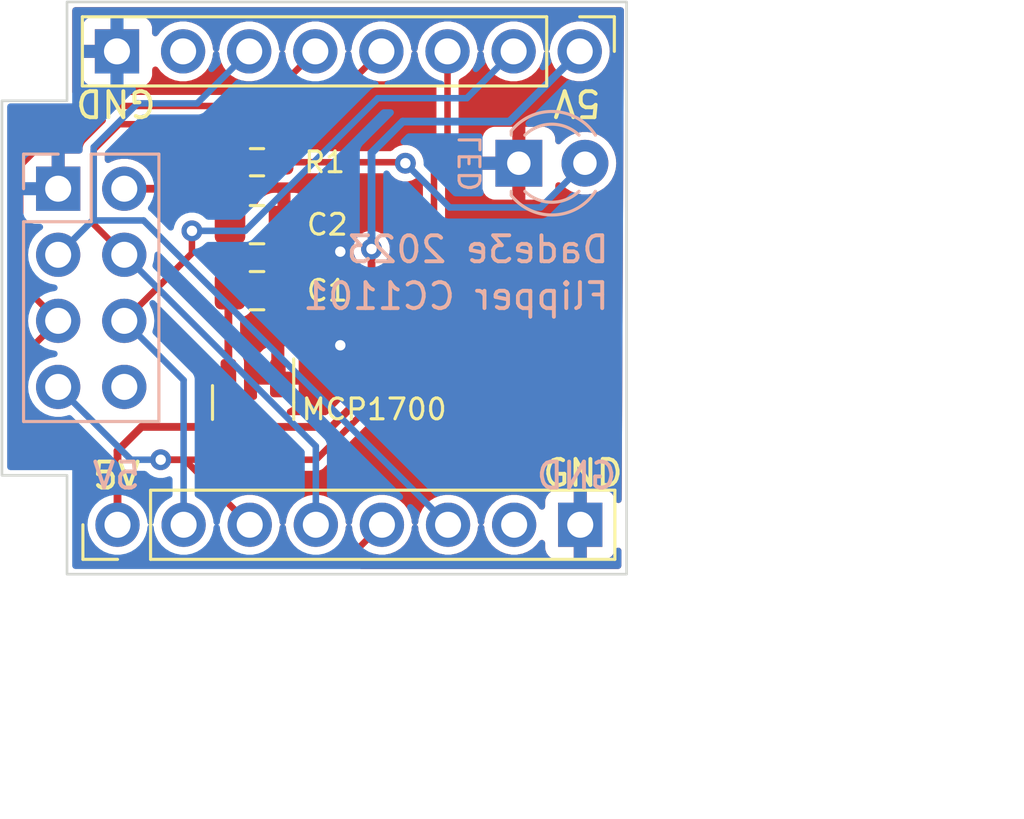
<source format=kicad_pcb>
(kicad_pcb (version 20221018) (generator pcbnew)
  (layers (0 "F.Cu" signal) (31 "B.Cu" signal) (34 "B.Paste" user) (35 "F.Paste" user) (36 "B.SilkS" user "B.Silkscreen") (37 "F.SilkS" user "F.Silkscreen") (38 "B.Mask" user) (39 "F.Mask" user) (44 "Edge.Cuts" user))
  (net 0 "")
  (net 1 "Net-(J3-Pin_2)")
  (net 2 "GND")
  (net 3 "Net-(J1-Pin_1)")
  (net 4 "Net-(J1-Pin_2)")
  (net 5 "Net-(J1-Pin_3)")
  (net 6 "Net-(J1-Pin_4)")
  (net 7 "Net-(J1-Pin_5)")
  (net 8 "Net-(J1-Pin_6)")
  (net 11 "Net-(D1-A)")
  (footprint "Connector_PinHeader_2.54mm:PinHeader_1x08_P2.54mm_Vertical" (layer "F.Cu") (at 55.2 78.9 -90)
    (fp_text reference "J1" hide)
    (fp_text value "Conn_01x08_MountingPin" hide)
    (fp_line (start -1.33 -1.33) (end 0 -1.33) (stroke (width 0.12)) (layer "F.SilkS"))
    (fp_line (start -1.33 0) (end -1.33 -1.33) (stroke (width 0.12)) (layer "F.SilkS"))
    (fp_line (start -1.33 1.27) (end -1.33 19.11) (stroke (width 0.12)) (layer "F.SilkS"))
    (fp_line (start -1.33 1.27) (end 1.33 1.27) (stroke (width 0.12)) (layer "F.SilkS"))
    (fp_line (start -1.33 19.11) (end 1.33 19.11) (stroke (width 0.12)) (layer "F.SilkS"))
    (fp_line (start 1.33 1.27) (end 1.33 19.11) (stroke (width 0.12)) (layer "F.SilkS"))
    (pad "1" thru_hole circle (at 0 0 270) (size 1.7 1.7) (drill 1) (layers "*.Cu" "*.Mask") (net 3 "Net-(J1-Pin_1)"))
    (pad "2" thru_hole oval (at 0 2.54 270) (size 1.7 1.7) (drill 1) (layers "*.Cu" "*.Mask") (net 4 "Net-(J1-Pin_2)"))
    (pad "3" thru_hole oval (at 0 5.08 270) (size 1.7 1.7) (drill 1) (layers "*.Cu" "*.Mask") (net 5 "Net-(J1-Pin_3)"))
    (pad "4" thru_hole oval (at 0 7.62 270) (size 1.7 1.7) (drill 1) (layers "*.Cu" "*.Mask") (net 6 "Net-(J1-Pin_4)"))
    (pad "5" thru_hole oval (at 0 10.16 270) (size 1.7 1.7) (drill 1) (layers "*.Cu" "*.Mask") (net 7 "Net-(J1-Pin_5)"))
    (pad "6" thru_hole oval (at 0 12.7 270) (size 1.7 1.7) (drill 1) (layers "*.Cu" "*.Mask") (net 8 "Net-(J1-Pin_6)"))
    (pad "7" thru_hole oval (at 0 15.24 270) (size 1.7 1.7) (drill 1) (layers "*.Cu" "*.Mask"))
    (pad "8" thru_hole rect (at 0 17.78 270) (size 1.7 1.7) (drill 1) (layers "*.Cu" "*.Mask") (net 2 "GND"))
  )
  (footprint "Resistor_SMD:R_0603_1608Metric_Pad0.98x0.95mm_HandSolder" (layer "F.Cu") (at 42.8 83.1625 180)
    (fp_text reference "R1" (at -2.6 0 180) (layer "F.SilkS") (effects (font (size 0.8 0.8) (thickness 0.12))))
    (fp_text value "R" hide)
    (fp_line (start -0.254724 -0.5225) (end 0.254724 -0.5225) (stroke (width 0.12)) (layer "F.SilkS"))
    (fp_line (start -0.254724 0.5225) (end 0.254724 0.5225) (stroke (width 0.12)) (layer "F.SilkS"))
    (pad "1" smd roundrect (at -0.9125 0 180) (size 0.975 0.95) (layers "F.Cu" "F.Paste" "F.Mask") (net 11 "Net-(D1-A)"))
    (pad "2" smd roundrect (at 0.9125 0 180) (size 0.975 0.95) (layers "F.Cu" "F.Paste" "F.Mask") (net 1 "Net-(J3-Pin_2)"))
  )
  (footprint "Connector_PinHeader_2.54mm:PinHeader_1x08_P2.54mm_Vertical" (layer "F.Cu") (at 37.44 97.1 90)
    (fp_text reference "J2" hide)
    (fp_text value "Conn_01x08_MountingPin" hide)
    (fp_line (start -1.33 -1.33) (end 0 -1.33) (stroke (width 0.12)) (layer "F.SilkS"))
    (fp_line (start -1.33 0) (end -1.33 -1.33) (stroke (width 0.12)) (layer "F.SilkS"))
    (fp_line (start -1.33 1.27) (end -1.33 19.11) (stroke (width 0.12)) (layer "F.SilkS"))
    (fp_line (start -1.33 1.27) (end 1.33 1.27) (stroke (width 0.12)) (layer "F.SilkS"))
    (fp_line (start -1.33 19.11) (end 1.33 19.11) (stroke (width 0.12)) (layer "F.SilkS"))
    (fp_line (start 1.33 1.27) (end 1.33 19.11) (stroke (width 0.12)) (layer "F.SilkS"))
    (pad "1" thru_hole circle (at 0 0 90) (size 1.7 1.7) (drill 1) (layers "*.Cu" "*.Mask") (net 3 "Net-(J1-Pin_1)"))
    (pad "2" thru_hole oval (at 0 2.54 90) (size 1.7 1.7) (drill 1) (layers "*.Cu" "*.Mask") (net 4 "Net-(J1-Pin_2)"))
    (pad "3" thru_hole oval (at 0 5.08 90) (size 1.7 1.7) (drill 1) (layers "*.Cu" "*.Mask") (net 5 "Net-(J1-Pin_3)"))
    (pad "4" thru_hole oval (at 0 7.62 90) (size 1.7 1.7) (drill 1) (layers "*.Cu" "*.Mask") (net 6 "Net-(J1-Pin_4)"))
    (pad "5" thru_hole oval (at 0 10.16 90) (size 1.7 1.7) (drill 1) (layers "*.Cu" "*.Mask") (net 7 "Net-(J1-Pin_5)"))
    (pad "6" thru_hole oval (at 0 12.7 90) (size 1.7 1.7) (drill 1) (layers "*.Cu" "*.Mask") (net 8 "Net-(J1-Pin_6)"))
    (pad "7" thru_hole oval (at 0 15.24 90) (size 1.7 1.7) (drill 1) (layers "*.Cu" "*.Mask"))
    (pad "8" thru_hole rect (at 0 17.78 90) (size 1.7 1.7) (drill 1) (layers "*.Cu" "*.Mask") (net 2 "GND"))
  )
  (footprint "Capacitor_SMD:C_0805_2012Metric_Pad1.18x1.45mm_HandSolder" (layer "F.Cu") (at 42.8 88.1)
    (fp_text reference "C1" (at 2.7 0 180) (layer "F.SilkS") (effects (font (size 0.8 0.8) (thickness 0.12))))
    (fp_text value "C" hide)
    (fp_line (start -0.261252 -0.735) (end 0.261252 -0.735) (stroke (width 0.12)) (layer "F.SilkS"))
    (fp_line (start -0.261252 0.735) (end 0.261252 0.735) (stroke (width 0.12)) (layer "F.SilkS"))
    (pad "1" smd roundrect (at -1.0375 0) (size 1.175 1.45) (layers "F.Cu" "F.Paste" "F.Mask") (roundrect_rratio 0.2127659574) (net 1 "Net-(J3-Pin_2)"))
    (pad "2" smd roundrect (at 1.0375 0) (size 1.175 1.45) (layers "F.Cu" "F.Paste" "F.Mask") (roundrect_rratio 0.2127659574) (net 2 "GND"))
  )
  (footprint "Package_TO_SOT_SMD:SOT-23" (layer "F.Cu") (at 42.65 92.4 -90)
    (fp_text reference "MCP1700" (at 0.2625 -4.65) (layer "F.SilkS") (effects (font (size 0.8 0.8) (thickness 0.12))))
    (fp_text value "MCP1700x-330xxTT" hide)
    (fp_line (start 0 -1.56) (end -1.675 -1.56) (stroke (width 0.12)) (layer "F.SilkS"))
    (fp_line (start 0 -1.56) (end 0.65 -1.56) (stroke (width 0.12)) (layer "F.SilkS"))
    (fp_line (start 0 1.56) (end -0.65 1.56) (stroke (width 0.12)) (layer "F.SilkS"))
    (fp_line (start 0 1.56) (end 0.65 1.56) (stroke (width 0.12)) (layer "F.SilkS"))
    (pad "1" smd roundrect (at -0.9375 -0.95 270) (size 1.475 0.6) (layers "F.Cu" "F.Paste" "F.Mask") (net 2 "GND"))
    (pad "2" smd roundrect (at -0.9375 0.95 270) (size 1.475 0.6) (layers "F.Cu" "F.Paste" "F.Mask") (net 1 "Net-(J3-Pin_2)"))
    (pad "3" smd roundrect (at 0.9375 0 270) (size 1.475 0.6) (layers "F.Cu" "F.Paste" "F.Mask") (net 3 "Net-(J1-Pin_1)"))
  )
  (footprint "Capacitor_SMD:C_0805_2012Metric_Pad1.18x1.45mm_HandSolder" (layer "F.Cu") (at 42.8 85.5625)
    (fp_text reference "C2" (at 2.7 0 180) (layer "F.SilkS") (effects (font (size 0.8 0.8) (thickness 0.12))))
    (fp_text value "C" hide)
    (fp_line (start -0.261252 -0.735) (end 0.261252 -0.735) (stroke (width 0.12)) (layer "F.SilkS"))
    (fp_line (start -0.261252 0.735) (end 0.261252 0.735) (stroke (width 0.12)) (layer "F.SilkS"))
    (pad "1" smd roundrect (at -1.0375 0) (size 1.175 1.45) (layers "F.Cu" "F.Paste" "F.Mask") (roundrect_rratio 0.2127659574) (net 1 "Net-(J3-Pin_2)"))
    (pad "2" smd roundrect (at 1.0375 0) (size 1.175 1.45) (layers "F.Cu" "F.Paste" "F.Mask") (roundrect_rratio 0.2127659574) (net 2 "GND"))
  )
  (footprint "Connector_PinSocket_2.54mm:PinSocket_2x04_P2.54mm_Vertical" (layer "B.Cu") (at 35.16 84.18 180)
    (fp_text reference "J3" hide)
    (fp_text value "Conn_02x04_Odd_Even_Shielded" hide)
    (fp_line (start -3.87 -8.95) (end 1.33 -8.95) (stroke (width 0.12)) (layer "B.SilkS"))
    (fp_line (start -3.87 1.33) (end -3.87 -8.95) (stroke (width 0.12)) (layer "B.SilkS"))
    (fp_line (start -3.87 1.33) (end -1.27 1.33) (stroke (width 0.12)) (layer "B.SilkS"))
    (fp_line (start -1.27 -1.27) (end 1.33 -1.27) (stroke (width 0.12)) (layer "B.SilkS"))
    (fp_line (start -1.27 1.33) (end -1.27 -1.27) (stroke (width 0.12)) (layer "B.SilkS"))
    (fp_line (start 0 1.33) (end 1.33 1.33) (stroke (width 0.12)) (layer "B.SilkS"))
    (fp_line (start 1.33 -1.27) (end 1.33 -8.95) (stroke (width 0.12)) (layer "B.SilkS"))
    (fp_line (start 1.33 1.33) (end 1.33 0) (stroke (width 0.12)) (layer "B.SilkS"))
    (pad "1" thru_hole rect (at 0 0 180) (size 1.7 1.7) (drill 1) (layers "*.Cu" "*.Mask") (net 2 "GND"))
    (pad "2" thru_hole oval (at -2.54 0 180) (size 1.7 1.7) (drill 1) (layers "*.Cu" "*.Mask") (net 1 "Net-(J3-Pin_2)"))
    (pad "3" thru_hole oval (at 0 -2.54 180) (size 1.7 1.7) (drill 1) (layers "*.Cu" "*.Mask") (net 8 "Net-(J1-Pin_6)"))
    (pad "4" thru_hole oval (at -2.54 -2.54 180) (size 1.7 1.7) (drill 1) (layers "*.Cu" "*.Mask") (net 6 "Net-(J1-Pin_4)"))
    (pad "5" thru_hole oval (at 0 -5.08 180) (size 1.7 1.7) (drill 1) (layers "*.Cu" "*.Mask") (net 7 "Net-(J1-Pin_5)"))
    (pad "6" thru_hole oval (at -2.54 -5.08 180) (size 1.7 1.7) (drill 1) (layers "*.Cu" "*.Mask") (net 4 "Net-(J1-Pin_2)"))
    (pad "7" thru_hole oval (at 0 -7.62 180) (size 1.7 1.7) (drill 1) (layers "*.Cu" "*.Mask") (net 5 "Net-(J1-Pin_3)"))
    (pad "8" thru_hole oval (at -2.54 -7.62 180) (size 1.7 1.7) (drill 1) (layers "*.Cu" "*.Mask"))
  )
  (footprint "LED_THT:LED_D3.0mm" (layer "B.Cu") (at 52.86 83.2)
    (fp_text reference "LED" (at -1.86 0 90) (layer "B.SilkS") (effects (font (size 0.8 0.8) (thickness 0.12)) (justify mirror)))
    (fp_text value "LED" hide)
    (fp_line (start -0.29 -1.08) (end -0.29 -1.236) (stroke (width 0.12)) (layer "B.SilkS"))
    (fp_line (start -0.29 1.236) (end -0.29 1.08) (stroke (width 0.12)) (layer "B.SilkS"))
    (fp_arc (start -0.29 -1.235516) (mid 1.366487 -1.987659) (end 2.942335 -1.078608) (stroke (width 0.12)) (layer "B.SilkS"))
    (fp_arc (start 0.229039 -1.08) (mid 1.270117 -1.5) (end 2.31113 -1.079837) (stroke (width 0.12)) (layer "B.SilkS"))
    (fp_arc (start 2.31113 1.079837) (mid 1.270117 1.5) (end 0.229039 1.08) (stroke (width 0.12)) (layer "B.SilkS"))
    (fp_arc (start 2.942335 1.078608) (mid 1.366487 1.987659) (end -0.29 1.235516) (stroke (width 0.12)) (layer "B.SilkS"))
    (pad "1" thru_hole rect (at 0 0) (size 1.8 1.8) (drill 0.9) (layers "*.Cu" "*.Mask") (net 2 "GND"))
    (pad "2" thru_hole circle (at 2.54 0) (size 1.8 1.8) (drill 0.9) (layers "*.Cu" "*.Mask") (net 11 "Net-(D1-A)"))
  )
  (gr_poly (pts (xy 35.5 77) (xy 57 77) (xy 57 99) (xy 35.5 99) (xy 35.5 95.2) (xy 33 95.2) (xy 33 80.8) (xy 35.5 80.8)) (stroke (width 0.1)) (fill none) (layer "Edge.Cuts"))
  (gr_text "5V" (at 38.4 95.8) (layer "B.SilkS") (effects (font (size 1 1)) (justify left bottom mirror)))
  (gr_text "GND" (at 56.7 95.8) (layer "B.SilkS") (effects (font (size 1 1)) (justify left bottom mirror)))
  (gr_text "Dade3e 2023" (at 56.4 87.1) (layer "B.SilkS") (effects (font (size 1 1)) (justify left bottom mirror)))
  (gr_text "Flipper CC1101" (at 56.4 88.9) (layer "B.SilkS") (effects (font (size 1 1)) (justify left bottom mirror)))
  (gr_text "GND" (at 53.7 95.7) (layer "F.SilkS") (effects (font (size 1 1)) (justify left bottom)))
  (gr_text "5V" (at 36.4 95.8) (layer "F.SilkS") (effects (font (size 1 1)) (justify left bottom)))
  (gr_text "5V" (at 56.1 80.3 180) (layer "F.SilkS") (effects (font (size 1 1)) (justify left bottom)))
  (gr_text "GND" (at 39 80.3 180) (layer "F.SilkS") (effects (font (size 1 1)) (justify left bottom)))
  (segment (start 41.7 91.4625) (end 41.7 88.1625) (width 0.3) (layer "F.Cu") (net 1))
  (segment (start 41.7625 88.1) (end 41.7625 85.5625) (width 0.3) (layer "F.Cu") (net 1))
  (segment (start 41.7625 85.5625) (end 41.7625 83.2875) (width 0.3) (layer "F.Cu") (net 1))
  (segment (start 41.7625 83.2875) (end 41.8875 83.1625) (width 0.3) (layer "F.Cu") (net 1))
  (segment (start 40.38 84.18) (end 41.7625 85.5625) (width 0.3) (layer "F.Cu") (net 1))
  (segment (start 37.7 84.18) (end 40.38 84.18) (width 0.3) (layer "F.Cu") (net 1))
  (segment (start 41.7 88.1625) (end 41.7625 88.1) (width 0.3) (layer "F.Cu") (net 1))
  (via (at 46 86.6) (size 0.8) (drill 0.4) (layers "F.Cu" "B.Cu") (net 2))
  (via (at 46 90.2) (size 0.8) (drill 0.4) (layers "F.Cu" "B.Cu") (net 2))
  (segment (start 47.2 91.8) (end 45.6625 93.3375) (width 0.3) (layer "F.Cu") (net 3))
  (segment (start 45.6625 93.3375) (end 42.65 93.3375) (width 0.3) (layer "F.Cu") (net 3))
  (segment (start 47.2 86.5) (end 47.2 91.8) (width 0.3) (layer "F.Cu") (net 3))
  (segment (start 37.44 97.1) (end 37.44 94.26) (width 0.3) (layer "F.Cu") (net 3))
  (segment (start 37.44 94.26) (end 38.3625 93.3375) (width 0.3) (layer "F.Cu") (net 3))
  (segment (start 38.3625 93.3375) (end 42.65 93.3375) (width 0.3) (layer "F.Cu") (net 3))
  (via (at 47.2 86.5) (size 0.8) (drill 0.4) (layers "F.Cu" "B.Cu") (net 3))
  (segment (start 47.2 86.5) (end 47.2 82.8) (width 0.3) (layer "B.Cu") (net 3))
  (segment (start 52.5 81.6) (end 55.2 78.9) (width 0.3) (layer "B.Cu") (net 3))
  (segment (start 47.2 82.8) (end 48.4 81.6) (width 0.3) (layer "B.Cu") (net 3))
  (segment (start 48.4 81.6) (end 52.5 81.6) (width 0.3) (layer "B.Cu") (net 3))
  (segment (start 40.3 86.66) (end 40.3 85.8) (width 0.25) (layer "F.Cu") (net 4))
  (segment (start 37.7 89.26) (end 40.3 86.66) (width 0.25) (layer "F.Cu") (net 4))
  (via (at 40.3 85.8) (size 0.8) (drill 0.4) (layers "F.Cu" "B.Cu") (net 4))
  (segment (start 47.441701 80.7) (end 50.86 80.7) (width 0.25) (layer "B.Cu") (net 4))
  (segment (start 39.98 91.54) (end 37.7 89.26) (width 0.25) (layer "B.Cu") (net 4))
  (segment (start 40.3 85.8) (end 42.341701 85.8) (width 0.25) (layer "B.Cu") (net 4))
  (segment (start 39.98 97.1) (end 39.98 91.54) (width 0.25) (layer "B.Cu") (net 4))
  (segment (start 42.341701 85.8) (end 47.441701 80.7) (width 0.25) (layer "B.Cu") (net 4))
  (segment (start 50.86 80.7) (end 52.66 78.9) (width 0.25) (layer "B.Cu") (net 4))
  (segment (start 39.1 94.6) (end 45.071752 94.6) (width 0.25) (layer "F.Cu") (net 5))
  (segment (start 50.12 82.951752) (end 50.12 78.9) (width 0.25) (layer "F.Cu") (net 5))
  (segment (start 40.02 94.6) (end 42.52 97.1) (width 0.25) (layer "F.Cu") (net 5))
  (segment (start 39.1 94.6) (end 40.02 94.6) (width 0.25) (layer "F.Cu") (net 5))
  (segment (start 45.071752 94.6) (end 49.6 90.071752) (width 0.25) (layer "F.Cu") (net 5))
  (segment (start 49.6 83.471752) (end 50.12 82.951752) (width 0.25) (layer "F.Cu") (net 5))
  (segment (start 49.6 90.071752) (end 49.6 83.471752) (width 0.25) (layer "F.Cu") (net 5))
  (via (at 39.1 94.6) (size 0.8) (drill 0.4) (layers "F.Cu" "B.Cu") (net 5))
  (segment (start 37.96 94.6) (end 39.1 94.6) (width 0.25) (layer "B.Cu") (net 5))
  (segment (start 35.16 91.8) (end 37.96 94.6) (width 0.25) (layer "B.Cu") (net 5))
  (segment (start 37.5 81.7) (end 36.525 82.675) (width 0.25) (layer "F.Cu") (net 6))
  (segment (start 36.525 82.675) (end 36.525 85.545) (width 0.25) (layer "F.Cu") (net 6))
  (segment (start 44.78 81.7) (end 37.5 81.7) (width 0.25) (layer "F.Cu") (net 6))
  (segment (start 47.58 78.9) (end 44.78 81.7) (width 0.25) (layer "F.Cu") (net 6))
  (segment (start 36.525 85.545) (end 37.7 86.72) (width 0.25) (layer "F.Cu") (net 6))
  (segment (start 45.06 97.1) (end 45.06 94.08) (width 0.25) (layer "B.Cu") (net 6))
  (segment (start 45.06 94.08) (end 37.7 86.72) (width 0.25) (layer "B.Cu") (net 6))
  (segment (start 33.8 92.7) (end 34.575 93.475) (width 0.25) (layer "F.Cu") (net 7))
  (segment (start 35.16 89.26) (end 33.7 87.8) (width 0.25) (layer "F.Cu") (net 7))
  (segment (start 42.94 81) (end 45.04 78.9) (width 0.25) (layer "F.Cu") (net 7))
  (segment (start 46.2 98.5) (end 47.6 97.1) (width 0.25) (layer "F.Cu") (net 7))
  (segment (start 33.7 87.8) (end 33.7 83.29) (width 0.25) (layer "F.Cu") (net 7))
  (segment (start 36 94) (end 36 97.7) (width 0.25) (layer "F.Cu") (net 7))
  (segment (start 34.575 93.475) (end 35.475 93.475) (width 0.25) (layer "F.Cu") (net 7))
  (segment (start 35.99 81) (end 42.94 81) (width 0.25) (layer "F.Cu") (net 7))
  (segment (start 36 97.7) (end 36.8 98.5) (width 0.25) (layer "F.Cu") (net 7))
  (segment (start 33.8 90.62) (end 33.8 92.7) (width 0.25) (layer "F.Cu") (net 7))
  (segment (start 36.8 98.5) (end 46.2 98.5) (width 0.25) (layer "F.Cu") (net 7))
  (segment (start 35.475 93.475) (end 36 94) (width 0.25) (layer "F.Cu") (net 7))
  (segment (start 35.16 89.26) (end 33.8 90.62) (width 0.25) (layer "F.Cu") (net 7))
  (segment (start 33.7 83.29) (end 35.99 81) (width 0.25) (layer "F.Cu") (net 7))
  (segment (start 38.44 85.4) (end 50.14 97.1) (width 0.25) (layer "B.Cu") (net 8))
  (segment (start 35.16 86.72) (end 36.525 85.355) (width 0.25) (layer "B.Cu") (net 8))
  (segment (start 40.5 80.9) (end 42.5 78.9) (width 0.25) (layer "B.Cu") (net 8))
  (segment (start 36.525 82.58415) (end 38.20915 80.9) (width 0.25) (layer "B.Cu") (net 8))
  (segment (start 36.48 85.4) (end 38.44 85.4) (width 0.25) (layer "B.Cu") (net 8))
  (segment (start 35.16 86.72) (end 36.48 85.4) (width 0.25) (layer "B.Cu") (net 8))
  (segment (start 38.20915 80.9) (end 40.5 80.9) (width 0.25) (layer "B.Cu") (net 8))
  (segment (start 36.525 85.355) (end 36.525 82.58415) (width 0.25) (layer "B.Cu") (net 8))
  (segment (start 48.4625 83.1625) (end 48.5 83.2) (width 0.25) (layer "F.Cu") (net 11))
  (segment (start 43.7125 83.1625) (end 48.4625 83.1625) (width 0.25) (layer "F.Cu") (net 11))
  (via (at 48.5 83.2) (size 0.8) (drill 0.4) (layers "F.Cu" "B.Cu") (net 11))
  (segment (start 48.5 83.2) (end 50.200305 84.900305) (width 0.25) (layer "B.Cu") (net 11))
  (segment (start 53.699695 84.900305) (end 55.4 83.2) (width 0.25) (layer "B.Cu") (net 11))
  (segment (start 50.200305 84.900305) (end 53.699695 84.900305) (width 0.25) (layer "B.Cu") (net 11))
  (zone (net 2) (net_name "GND") (layers "F&B.Cu") (connect_pads (clearance 0.3)) (min_thickness 0.25) (fill yes (thermal_gap 0.5) (thermal_bridge_width 0.5))
    (polygon (pts (xy 35.7 77.2) (xy 56.9 77.2) (xy 56.8 98.8) (xy 35.7 98.8) (xy 35.7 95) (xy 33.2 95) (xy 33.2 80.9) (xy 35.7 80.9)))
  )
)
</source>
